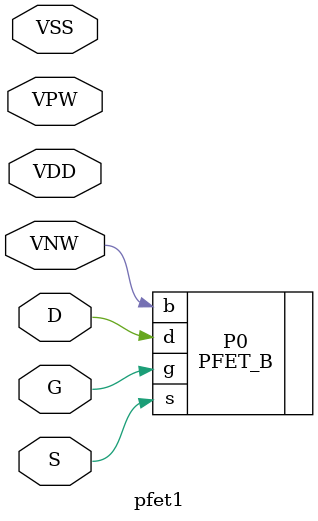
<source format=v>


module pfet1 ( D, G, S, VDD, VNW, VPW, VSS );

  inout VNW;
  inout S;
  inout VDD;
  inout VSS;
  inout G;
  inout D;
  inout VPW;
specify 
    specparam CDS_LIBNAME  = "RAIL12";
    specparam CDS_CELLNAME = "pfet1";
    specparam CDS_VIEWNAME = "schematic";
endspecify

PFET_B  P0 ( .b(VNW), .s(S), .g(G), .d(D));
endmodule

</source>
